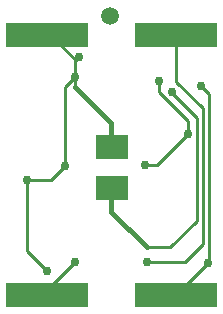
<source format=gbr>
%TF.GenerationSoftware,Altium Limited,Altium Designer,18.1.9 (240)*%
G04 Layer_Physical_Order=1*
G04 Layer_Color=255*
%FSLAX45Y45*%
%MOMM*%
%TF.FileFunction,Copper,L1,Top,Signal*%
%TF.Part,Single*%
G01*
G75*
%TA.AperFunction,ConnectorPad*%
%ADD10R,7.00000X2.00000*%
%TA.AperFunction,SMDPad,CuDef*%
%ADD11R,2.80000X2.00000*%
%TA.AperFunction,Conductor*%
%ADD12C,0.25400*%
%ADD13C,0.40000*%
%TA.AperFunction,ViaPad*%
%ADD14C,0.75000*%
%ADD15C,1.50000*%
D10*
X1447500Y200000D02*
D03*
Y2400000D02*
D03*
X350000Y200000D02*
D03*
Y2400000D02*
D03*
D11*
X900000Y1100000D02*
D03*
Y1450000D02*
D03*
D12*
X505000Y1955000D02*
X592500Y2042500D01*
X505000Y1287500D02*
Y1955000D01*
X185000Y1172500D02*
X390000D01*
X505000Y1287500D01*
X592500Y2042500D02*
Y2179840D01*
X407500Y2375160D02*
X597660Y2185000D01*
X592500Y2179840D02*
X597660Y2185000D01*
X1180058Y1295063D02*
X1282437D01*
X1282500Y1295000D01*
X185000Y569687D02*
Y1172500D01*
Y569687D02*
X350000Y404687D01*
X347660Y2375160D02*
X407500D01*
X1300000Y2010000D02*
X1305000Y2005000D01*
Y1915585D02*
Y2005000D01*
Y1915585D02*
X1547500Y1673086D01*
X592500Y1955320D02*
Y2042500D01*
X1547500Y1560000D02*
Y1673086D01*
X1282500Y1295000D02*
X1547500Y1560000D01*
X597660Y2185000D02*
X622660Y2210000D01*
X1447660Y200160D02*
X1712580Y465080D01*
X1727500Y480000D01*
X1657500Y1970000D02*
X1727500Y1900000D01*
Y480000D02*
Y1900000D01*
X1673900Y626400D02*
Y1778760D01*
X1447660Y2005000D02*
X1673900Y1778760D01*
X1447660Y2005000D02*
Y2375160D01*
X1522660Y475160D02*
X1673900Y626400D01*
X1407500Y1910000D02*
X1623100Y1694400D01*
X1397500Y600000D02*
X1623100Y825600D01*
Y1694400D01*
X1407500Y1910000D02*
Y1920000D01*
X347660Y200160D02*
Y228640D01*
Y175160D02*
Y200160D01*
X1197820Y600000D02*
X1397500D01*
X1197660Y475160D02*
X1522660D01*
X347660Y228640D02*
X594180Y475160D01*
D13*
X592500Y1955320D02*
X897660Y1650160D01*
Y1450160D02*
Y1650160D01*
Y900160D02*
X1197820Y600000D01*
X897660Y900160D02*
Y1100160D01*
D14*
X1180058Y1295063D02*
D03*
X1300000Y2010000D02*
D03*
X592500Y2042500D02*
D03*
X1712580Y465080D02*
D03*
X350000Y404687D02*
D03*
X622660Y2210000D02*
D03*
X1658760Y1970000D02*
D03*
X1407500Y1920000D02*
D03*
X1547500Y1560000D02*
D03*
X505000Y1287500D02*
D03*
X185000Y1172500D02*
D03*
X1197660Y475160D02*
D03*
X594180D02*
D03*
D15*
X887500Y2560000D02*
D03*
%TF.MD5,b4a0e840b78961f01bcbcd500b667dd5*%
M02*

</source>
